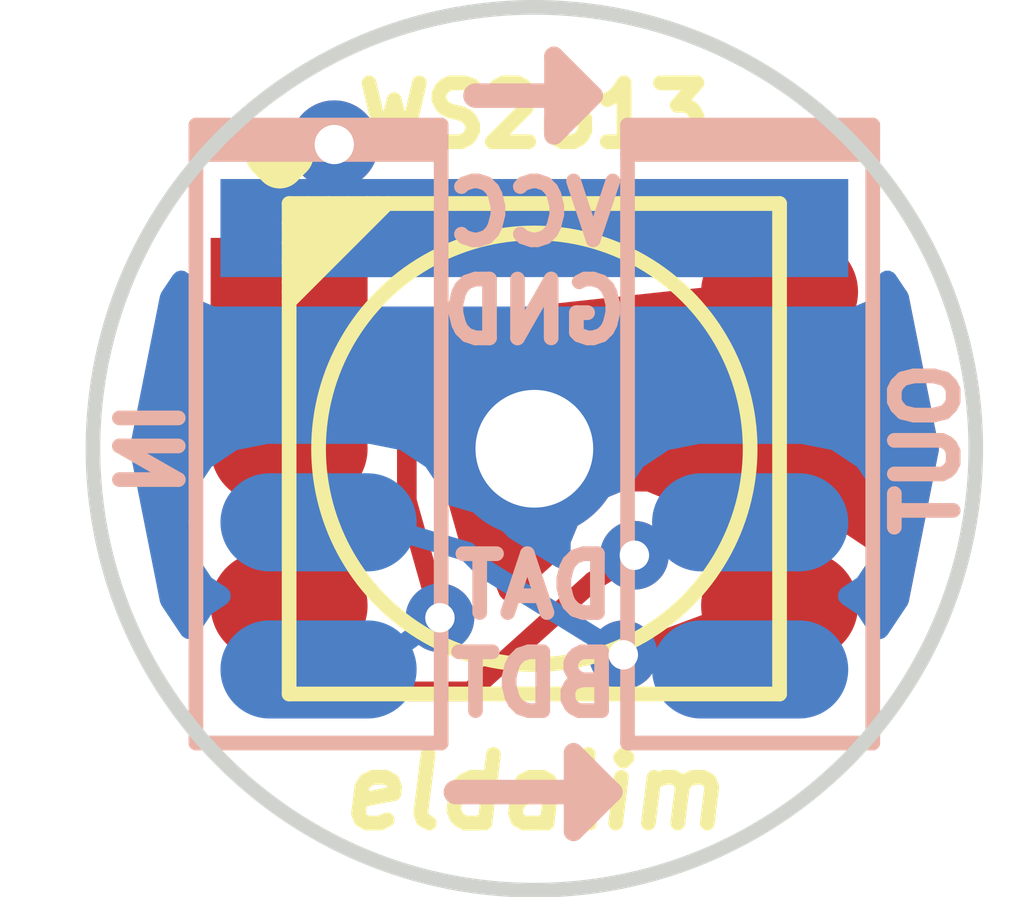
<source format=kicad_pcb>
(kicad_pcb (version 20171130) (host pcbnew "(5.0.0-rc2-dev-596-gcfd2f1d00)")

  (general
    (thickness 1.6)
    (drawings 16)
    (tracks 51)
    (zones 0)
    (modules 4)
    (nets 6)
  )

  (page A4)
  (layers
    (0 F.Cu signal)
    (31 B.Cu signal)
    (36 B.SilkS user)
    (37 F.SilkS user)
    (38 B.Mask user)
    (39 F.Mask user)
    (40 Dwgs.User user hide)
    (44 Edge.Cuts user)
  )

  (setup
    (last_trace_width 0.2)
    (trace_clearance 0.2)
    (zone_clearance 0.3)
    (zone_45_only no)
    (trace_min 0.2)
    (segment_width 0.15)
    (edge_width 0.15)
    (via_size 0.7)
    (via_drill 0.3)
    (via_min_size 0.7)
    (via_min_drill 0.3)
    (uvia_size 0.7)
    (uvia_drill 0.3)
    (uvias_allowed no)
    (uvia_min_size 0.508)
    (uvia_min_drill 0.127)
    (pcb_text_width 0.3)
    (pcb_text_size 1.5 1.5)
    (mod_edge_width 0.15)
    (mod_text_size 1.5 1.5)
    (mod_text_width 0.15)
    (pad_size 1 2)
    (pad_drill 0)
    (pad_to_mask_clearance 0.2)
    (aux_axis_origin 100 50)
    (grid_origin 100 50)
    (visible_elements 7FFFFF7F)
    (pcbplotparams
      (layerselection 0x010f0_ffffffff)
      (usegerberextensions true)
      (usegerberattributes false)
      (usegerberadvancedattributes false)
      (creategerberjobfile false)
      (gerberprecision 5)
      (excludeedgelayer true)
      (linewidth 0.150000)
      (plotframeref false)
      (viasonmask false)
      (mode 1)
      (useauxorigin false)
      (hpglpennumber 1)
      (hpglpenspeed 20)
      (hpglpendiameter 15)
      (psnegative false)
      (psa4output false)
      (plotreference true)
      (plotvalue true)
      (plotinvisibletext false)
      (padsonsilk false)
      (subtractmaskfromsilk false)
      (outputformat 1)
      (mirror false)
      (drillshape 0)
      (scaleselection 1)
      (outputdirectory Gerber/))
  )

  (net 0 "")
  (net 1 GND)
  (net 2 +VCC)
  (net 3 /Din)
  (net 4 /BDin)
  (net 5 /Dout)

  (net_class Default "Это класс цепей по умолчанию."
    (clearance 0.2)
    (trace_width 0.2)
    (via_dia 0.7)
    (via_drill 0.3)
    (uvia_dia 0.7)
    (uvia_drill 0.3)
    (add_net /BDin)
    (add_net /Din)
    (add_net /Dout)
  )

  (net_class wide ""
    (clearance 0.2)
    (trace_width 0.5)
    (via_dia 0.9)
    (via_drill 0.4)
    (uvia_dia 0.7)
    (uvia_drill 0.3)
    (add_net +VCC)
    (add_net GND)
  )

  (module LEDs:WS2813 (layer F.Cu) (tedit 5A12032C) (tstamp 5A0EBD82)
    (at 100 50 180)
    (path /5A0DEBE9)
    (attr smd)
    (fp_text reference HL1 (at 0 -1.5 180) (layer F.SilkS) hide
      (effects (font (size 0.6 0.6) (thickness 0.15)))
    )
    (fp_text value WS2813 (at 0 3.4 180) (layer F.SilkS)
      (effects (font (size 0.6 0.6) (thickness 0.15)))
    )
    (fp_text user . (at 3.4 3 270) (layer F.SilkS)
      (effects (font (size 2 2) (thickness 0.5)))
    )
    (fp_line (start 1.5 2.5) (end 2.5 1.5) (layer F.SilkS) (width 0.15))
    (fp_line (start 2.5 2.3) (end 2.3 2.5) (layer F.SilkS) (width 0.15))
    (fp_line (start 2.1 2.5) (end 2.5 2.1) (layer F.SilkS) (width 0.15))
    (fp_line (start 2.5 1.9) (end 1.9 2.5) (layer F.SilkS) (width 0.15))
    (fp_line (start 1.7 2.5) (end 2.5 1.7) (layer F.SilkS) (width 0.15))
    (fp_line (start 2.5 1.6) (end 1.6 2.5) (layer F.SilkS) (width 0.15))
    (fp_circle (center 0 0) (end 0 2.2) (layer F.SilkS) (width 0.15))
    (fp_line (start 2.5 -2.5) (end 2.5 2.5) (layer F.SilkS) (width 0.15))
    (fp_line (start 2.5 2.5) (end -2.5 2.5) (layer F.SilkS) (width 0.15))
    (fp_line (start -2.5 2.5) (end -2.5 -2.5) (layer F.SilkS) (width 0.15))
    (fp_line (start -2.5 -2.5) (end 2.5 -2.5) (layer F.SilkS) (width 0.14986))
    (pad 5 smd oval (at -2.5 0 180) (size 1.6 1.1) (layers F.Cu F.Mask)
      (net 1 GND))
    (pad 2 smd oval (at 2.5 0 180) (size 1.6 1.1) (layers F.Cu F.Mask)
      (net 2 +VCC))
    (pad 1 smd rect (at 2.5 1.6 180) (size 1.6 1.1) (layers F.Cu F.Mask)
      (net 2 +VCC))
    (pad 4 smd oval (at -2.5 -1.6 180) (size 1.6 1.1) (layers F.Cu F.Mask)
      (net 3 /Din))
    (pad 6 smd oval (at -2.5 1.6 180) (size 1.6 1.1) (layers F.Cu F.Mask)
      (net 4 /BDin))
    (pad 3 smd oval (at 2.5 -1.6 180) (size 1.6 1.1) (layers F.Cu F.Mask)
      (net 5 /Dout))
  )

  (module PCB_details:Hole_for_M2 (layer F.Cu) (tedit 5A0EBDF3) (tstamp 5A0EBD87)
    (at 100 50 270)
    (path /5A0DF70B)
    (fp_text reference Hole1 (at 0 2.25 270) (layer F.SilkS) hide
      (effects (font (size 0.127 0.127) (thickness 0.02)))
    )
    (fp_text value HoleMetalled (at 0 -2.25 270) (layer F.SilkS) hide
      (effects (font (size 0.127 0.127) (thickness 0.02)))
    )
    (pad H thru_hole circle (at 0 0 270) (size 1.8 1.8) (drill 1.2) (layers *.Cu *.Mask)
      (net 1 GND) (zone_connect 2))
  )

  (module Connectors:FlatConn-4_1,5 (layer B.Cu) (tedit 5A120255) (tstamp 5A11FE24)
    (at 97.8 50 270)
    (path /5A0DE699)
    (fp_text reference XP1 (at 0 2 270) (layer B.SilkS) hide
      (effects (font (size 0.6 0.6) (thickness 0.15)) (justify mirror))
    )
    (fp_text value IN (at 0 1.7 270) (layer B.SilkS)
      (effects (font (size 0.6 0.6) (thickness 0.15)) (justify mirror))
    )
    (fp_line (start -3 -1.25) (end -3.3 -1.25) (layer B.SilkS) (width 0.15))
    (fp_line (start -3 1.25) (end -3.3 1.25) (layer B.SilkS) (width 0.15))
    (fp_line (start -3.1 -1.25) (end -3.1 1.25) (layer B.SilkS) (width 0.15))
    (fp_line (start -3.2 1.25) (end -3.2 -1.25) (layer B.SilkS) (width 0.15))
    (fp_line (start -3.3 -1.25) (end -3.3 1.25) (layer B.SilkS) (width 0.15))
    (fp_line (start 3 -1.25) (end -3 -1.25) (layer B.SilkS) (width 0.15))
    (fp_line (start -3 -1.25) (end -3 1.25) (layer B.SilkS) (width 0.15))
    (fp_line (start -3 1.25) (end 3 1.25) (layer B.SilkS) (width 0.15))
    (fp_line (start 3 -1.25) (end 3 1.25) (layer B.SilkS) (width 0.15))
    (pad 4 smd oval (at 2.25 0 270) (size 1 2) (layers B.Cu B.Mask)
      (net 4 /BDin))
    (pad 1 smd rect (at -2.25 0 270) (size 1 2) (layers B.Cu B.Mask)
      (net 2 +VCC))
    (pad 2 smd oval (at -0.75 0 270) (size 1 2) (layers B.Cu B.Mask)
      (net 1 GND))
    (pad 3 smd oval (at 0.75 0 270) (size 1 2) (layers B.Cu B.Mask)
      (net 3 /Din))
  )

  (module Connectors:FlatConn-4_1,5 (layer B.Cu) (tedit 5A12024F) (tstamp 5A11FE12)
    (at 102.2 50 270)
    (path /5A0DE62D)
    (fp_text reference XP2 (at 0 2 270) (layer B.SilkS) hide
      (effects (font (size 0.6 0.6) (thickness 0.15)) (justify mirror))
    )
    (fp_text value OUT (at 0 -1.8 270) (layer B.SilkS)
      (effects (font (size 0.6 0.6) (thickness 0.15)) (justify mirror))
    )
    (fp_line (start -3 -1.25) (end -3.3 -1.25) (layer B.SilkS) (width 0.15))
    (fp_line (start -3 1.25) (end -3.3 1.25) (layer B.SilkS) (width 0.15))
    (fp_line (start -3.1 -1.25) (end -3.1 1.25) (layer B.SilkS) (width 0.15))
    (fp_line (start -3.2 1.25) (end -3.2 -1.25) (layer B.SilkS) (width 0.15))
    (fp_line (start -3.3 -1.25) (end -3.3 1.25) (layer B.SilkS) (width 0.15))
    (fp_line (start 3 -1.25) (end -3 -1.25) (layer B.SilkS) (width 0.15))
    (fp_line (start -3 -1.25) (end -3 1.25) (layer B.SilkS) (width 0.15))
    (fp_line (start -3 1.25) (end 3 1.25) (layer B.SilkS) (width 0.15))
    (fp_line (start 3 -1.25) (end 3 1.25) (layer B.SilkS) (width 0.15))
    (pad 4 smd oval (at 2.25 0 270) (size 1 2) (layers B.Cu B.Mask)
      (net 3 /Din))
    (pad 1 smd rect (at -2.25 0 270) (size 1 2) (layers B.Cu B.Mask)
      (net 2 +VCC))
    (pad 2 smd oval (at -0.75 0 270) (size 1 2) (layers B.Cu B.Mask)
      (net 1 GND))
    (pad 3 smd oval (at 0.75 0 270) (size 1 2) (layers B.Cu B.Mask)
      (net 5 /Dout))
  )

  (gr_line (start 100.4 53.9) (end 100.8 53.5) (angle 90) (layer B.SilkS) (width 0.2))
  (gr_line (start 100.4 53.1) (end 100.4 53.9) (angle 90) (layer B.SilkS) (width 0.2))
  (gr_line (start 100.5 53.8) (end 100.5 53.2) (angle 90) (layer B.SilkS) (width 0.15))
  (gr_line (start 100.8 53.5) (end 100.4 53.1) (angle 90) (layer B.SilkS) (width 0.2))
  (gr_line (start 100.7 53.5) (end 99.2 53.5) (angle 90) (layer B.SilkS) (width 0.25))
  (gr_line (start 99.4 46.4) (end 100.5 46.4) (angle 90) (layer B.SilkS) (width 0.25) (tstamp 5A11FFAF))
  (gr_line (start 100.3 46.1) (end 100.3 46.7) (angle 90) (layer B.SilkS) (width 0.15))
  (gr_text eldalim (at 100 53.5) (layer F.SilkS)
    (effects (font (size 0.7 0.7) (thickness 0.15) italic))
  )
  (gr_line (start 100.2 46.8) (end 100.6 46.4) (angle 90) (layer B.SilkS) (width 0.2))
  (gr_line (start 100.2 46) (end 100.2 46.8) (angle 90) (layer B.SilkS) (width 0.2))
  (gr_line (start 100.6 46.4) (end 100.2 46) (angle 90) (layer B.SilkS) (width 0.2))
  (gr_text BDT (at 100 52.4) (layer B.SilkS)
    (effects (font (size 0.6 0.6) (thickness 0.15)) (justify mirror))
  )
  (gr_text DAT (at 100 51.4) (layer B.SilkS)
    (effects (font (size 0.6 0.6) (thickness 0.15)) (justify mirror))
  )
  (gr_text GND (at 100 48.6) (layer B.SilkS)
    (effects (font (size 0.6 0.6) (thickness 0.15)) (justify mirror))
  )
  (gr_text VCC (at 100 47.6) (layer B.SilkS)
    (effects (font (size 0.6 0.6) (thickness 0.15)) (justify mirror))
  )
  (gr_circle (center 100 50) (end 95.5 50) (layer Edge.Cuts) (width 0.15) (tstamp 5A120126))

  (segment (start 102.5 50) (end 102.25 50) (width 0.5) (layer F.Cu) (net 1))
  (segment (start 102.25 50) (end 100 50) (width 0.5) (layer F.Cu) (net 1))
  (segment (start 97.8 49.25) (end 98.3 49.25) (width 0.5) (layer B.Cu) (net 1))
  (segment (start 98.3 49.25) (end 100 50) (width 0.5) (layer B.Cu) (net 1))
  (segment (start 100 50) (end 101.7 49.25) (width 0.5) (layer B.Cu) (net 1))
  (segment (start 101.7 49.25) (end 102.2 49.25) (width 0.5) (layer B.Cu) (net 1))
  (segment (start 102.2 49.25) (end 102.2 49.365) (width 0.5) (layer B.Cu) (net 1))
  (segment (start 97.9603 46.8986) (end 97.9603 47.85) (width 0.5) (layer F.Cu) (net 2))
  (segment (start 97.9603 47.85) (end 97.9603 48.1) (width 0.5) (layer F.Cu) (net 2))
  (segment (start 97.9603 48.1) (end 97.5 48.4) (width 0.5) (layer F.Cu) (net 2))
  (segment (start 97.5 48.4) (end 97.5 48.7) (width 0.5) (layer F.Cu) (net 2))
  (segment (start 97.5 48.7) (end 97.5 48.95) (width 0.5) (layer F.Cu) (net 2))
  (segment (start 97.5 48.95) (end 97.5 50) (width 0.5) (layer F.Cu) (net 2))
  (segment (start 102.2 47.75) (end 101.7 47.75) (width 1) (layer B.Cu) (net 2))
  (segment (start 101.7 47.75) (end 101.2 47.75) (width 1) (layer B.Cu) (net 2))
  (segment (start 101.2 47.75) (end 98.8 47.75) (width 1) (layer B.Cu) (net 2))
  (segment (start 98.8 47.75) (end 98.3 47.75) (width 1) (layer B.Cu) (net 2))
  (segment (start 98.3 47.75) (end 97.8 47.75) (width 1) (layer B.Cu) (net 2))
  (segment (start 97.9603 46.8986) (end 97.9603 47.25) (width 0.5) (layer B.Cu) (net 2))
  (segment (start 97.9603 47.25) (end 97.9603 47.5) (width 0.5) (layer B.Cu) (net 2))
  (segment (start 97.9603 47.5) (end 97.8 47.75) (width 0.5) (layer B.Cu) (net 2))
  (via (at 97.9603 46.8986) (size 0.9) (layers F.Cu B.Cu) (net 2))
  (segment (start 100.907 52.1005) (end 102.25 51.6) (width 0.2) (layer F.Cu) (net 3))
  (segment (start 102.25 51.6) (end 102.5 51.6) (width 0.2) (layer F.Cu) (net 3))
  (segment (start 97.8 50.75) (end 98.3 50.75) (width 0.2) (layer B.Cu) (net 3))
  (segment (start 98.3 50.75) (end 99.3169 51.0487) (width 0.2) (layer B.Cu) (net 3))
  (segment (start 99.3169 51.0487) (end 99.4928 51.2246) (width 0.2) (layer B.Cu) (net 3))
  (segment (start 99.4928 51.2246) (end 100.907 52.1005) (width 0.2) (layer B.Cu) (net 3))
  (segment (start 100.907 52.1005) (end 101.7 52.25) (width 0.2) (layer B.Cu) (net 3))
  (segment (start 101.7 52.25) (end 102.2 52.25) (width 0.2) (layer B.Cu) (net 3))
  (segment (start 102.2 51.905) (end 102.2 52.25) (width 0.2) (layer B.Cu) (net 3))
  (via (at 100.907 52.1005) (size 0.7) (layers F.Cu B.Cu) (net 3))
  (segment (start 102.5 48.4) (end 102.25 48.4) (width 0.2) (layer F.Cu) (net 4))
  (segment (start 102.25 48.4) (end 99.4701 48.7) (width 0.2) (layer F.Cu) (net 4))
  (segment (start 99.4701 48.7) (end 99.4554 48.7061) (width 0.2) (layer F.Cu) (net 4))
  (segment (start 99.4554 48.7061) (end 98.7061 49.4554) (width 0.2) (layer F.Cu) (net 4))
  (segment (start 98.7061 49.4554) (end 98.7 49.4701) (width 0.2) (layer F.Cu) (net 4))
  (segment (start 98.7 49.4701) (end 98.7 50.5299) (width 0.2) (layer F.Cu) (net 4))
  (segment (start 98.7 50.5299) (end 99.0375 51.7233) (width 0.2) (layer F.Cu) (net 4))
  (segment (start 99.0375 51.7233) (end 98.3 52.25) (width 0.2) (layer B.Cu) (net 4))
  (segment (start 98.3 52.25) (end 97.8 52.25) (width 0.2) (layer B.Cu) (net 4))
  (via (at 99.0375 51.7233) (size 0.7) (layers F.Cu B.Cu) (net 4))
  (segment (start 101.02 51.0857) (end 100.5963 51.3504) (width 0.2) (layer F.Cu) (net 5))
  (segment (start 100.5963 51.3504) (end 99.3482 52.4734) (width 0.2) (layer F.Cu) (net 5))
  (segment (start 99.3482 52.4734) (end 98.7268 52.4734) (width 0.2) (layer F.Cu) (net 5))
  (segment (start 98.7268 52.4734) (end 97.75 51.6) (width 0.2) (layer F.Cu) (net 5))
  (segment (start 97.75 51.6) (end 97.5 51.6) (width 0.2) (layer F.Cu) (net 5))
  (segment (start 102.2 50.635) (end 102.2 50.75) (width 0.2) (layer B.Cu) (net 5))
  (segment (start 102.2 50.75) (end 101.7 50.75) (width 0.2) (layer B.Cu) (net 5))
  (segment (start 101.7 50.75) (end 101.02 51.0857) (width 0.2) (layer B.Cu) (net 5))
  (via (at 101.02 51.0857) (size 0.7) (layers F.Cu B.Cu) (net 5))

  (zone (net 1) (net_name GND) (layer F.Cu) (tstamp 5A12027C) (hatch edge 0.508)
    (connect_pads yes (clearance 0.3))
    (min_thickness 0.2)
    (fill yes (arc_segments 16) (thermal_gap 0.5) (thermal_bridge_width 0.5))
    (polygon
      (pts
        (xy 95.5 54.5) (xy 104.5 54.5) (xy 104.5 45.5) (xy 95.5 45.5)
      )
    )
    (filled_polygon
      (pts
        (xy 104.025 50) (xy 103.718615 51.540301) (xy 103.713235 51.548351) (xy 103.651195 51.236451) (xy 103.44526 50.928249)
        (xy 103.137058 50.722314) (xy 102.773509 50.65) (xy 102.226491 50.65) (xy 101.862942 50.722314) (xy 101.72064 50.817397)
        (xy 101.656189 50.661414) (xy 101.445395 50.450252) (xy 101.169839 50.335831) (xy 100.87147 50.33557) (xy 100.595714 50.449511)
        (xy 100.384552 50.660305) (xy 100.270131 50.935861) (xy 100.270097 50.973815) (xy 100.261865 50.97871) (xy 99.736617 51.45131)
        (xy 99.673689 51.299014) (xy 99.462895 51.087852) (xy 99.366026 51.047628) (xy 99.2 50.460558) (xy 99.2 49.668606)
        (xy 99.689366 49.17924) (xy 101.496269 48.984244) (xy 101.55474 49.071751) (xy 101.862942 49.277686) (xy 102.226491 49.35)
        (xy 102.773509 49.35) (xy 103.137058 49.277686) (xy 103.44526 49.071751) (xy 103.651195 48.763549) (xy 103.713235 48.451648)
        (xy 103.718615 48.459699) (xy 104.025 50)
      )
    )
  )
  (zone (net 1) (net_name GND) (layer B.Cu) (tstamp 5A12027D) (hatch edge 0.508)
    (connect_pads yes (clearance 0.3))
    (min_thickness 0.2)
    (fill yes (arc_segments 16) (thermal_gap 0.5) (thermal_bridge_width 0.5))
    (polygon
      (pts
        (xy 95.5 45.5) (xy 95.5 54.5) (xy 105 54.5) (xy 105 45.5)
      )
    )
    (filled_polygon
      (pts
        (xy 104.025 50) (xy 103.718615 51.540301) (xy 103.516729 51.842443) (xy 103.363824 51.613604) (xy 103.193804 51.5)
        (xy 103.363824 51.386396) (xy 103.55892 51.094415) (xy 103.627428 50.75) (xy 103.55892 50.405585) (xy 103.363824 50.113604)
        (xy 103.071843 49.918508) (xy 102.727428 49.85) (xy 101.672572 49.85) (xy 101.328157 49.918508) (xy 101.036176 50.113604)
        (xy 100.887853 50.335584) (xy 100.87147 50.33557) (xy 100.595714 50.449511) (xy 100.384552 50.660305) (xy 100.270131 50.935861)
        (xy 100.269971 51.117815) (xy 99.805358 50.830052) (xy 99.670453 50.695147) (xy 99.647994 50.68014) (xy 99.630674 50.659411)
        (xy 99.567512 50.626363) (xy 99.508242 50.58676) (xy 99.481748 50.58149) (xy 99.457815 50.568968) (xy 99.174888 50.485862)
        (xy 99.15892 50.405585) (xy 98.963824 50.113604) (xy 98.671843 49.918508) (xy 98.327428 49.85) (xy 97.272572 49.85)
        (xy 96.928157 49.918508) (xy 96.636176 50.113604) (xy 96.44108 50.405585) (xy 96.372572 50.75) (xy 96.44108 51.094415)
        (xy 96.636176 51.386396) (xy 96.806195 51.5) (xy 96.636176 51.613604) (xy 96.48327 51.842443) (xy 96.281385 51.540301)
        (xy 95.975 50) (xy 96.281385 48.459699) (xy 96.4 48.282179) (xy 96.4 48.329565) (xy 96.460896 48.476582)
        (xy 96.573418 48.589104) (xy 96.720435 48.65) (xy 96.879565 48.65) (xy 97.8 48.65) (xy 98.3 48.65)
        (xy 98.8 48.65) (xy 98.879565 48.65) (xy 101.120435 48.65) (xy 101.2 48.65) (xy 101.279565 48.65)
        (xy 101.7 48.65) (xy 102.2 48.65) (xy 103.279565 48.65) (xy 103.426582 48.589104) (xy 103.539104 48.476582)
        (xy 103.6 48.329565) (xy 103.6 48.282179) (xy 103.718615 48.459699) (xy 104.025 50)
      )
    )
  )
)

</source>
